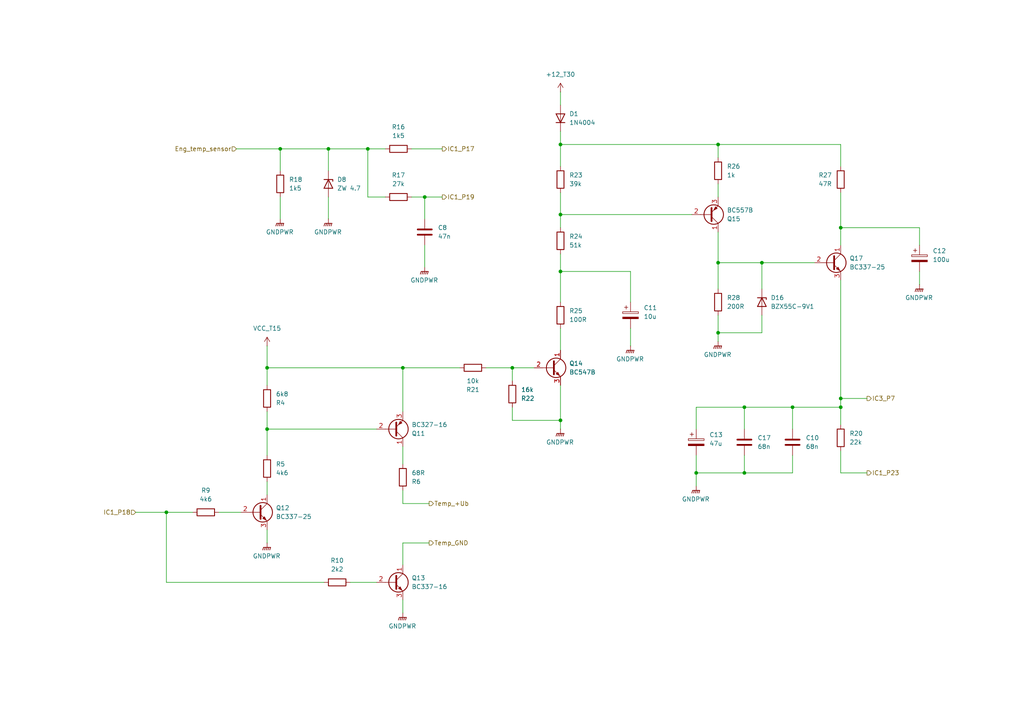
<source format=kicad_sch>
(kicad_sch (version 20250114) (generator "eeschema") (generator_version "9.0")
  (paper "A4")
  (title_block (title "Temperature Sensor") (rev "0") (company "Reagan Ansel"))
  (lib_symbols
    (symbol "Device:C" (pin_numbers (hide yes)) (pin_names (offset 0.254))
      (property "Reference" "C" (at 0.635 2.54 0))
      (property "Value" "C" (at 0.635 -2.54 0))
      (symbol "C_0_1"
        (polyline (pts (xy -2.032 0.762) (xy 2.032 0.762)) (stroke (width 0.508)))
        (polyline (pts (xy -2.032 -0.762) (xy 2.032 -0.762)) (stroke (width 0.508)))
      )
      (symbol "C_1_1"
        (pin passive line (at 0 3.81 270) (length 2.794) (name "~") (number "1"))
        (pin passive line (at 0 -3.81 90) (length 2.794) (name "~") (number "2"))
      )
    )
    (symbol "Device:C_Polarized" (pin_numbers (hide yes)) (pin_names (offset 0.254))
      (property "Reference" "C" (at 0.635 2.54 0))
      (property "Value" "C_Polarized" (at 0.635 -2.54 0))
      (symbol "C_Polarized_0_1"
        (rectangle (start -2.286 0.508) (end 2.286 1.016))
        (polyline (pts (xy -1.778 2.286) (xy -0.762 2.286)))
        (polyline (pts (xy -1.27 2.794) (xy -1.27 1.778)))
        (rectangle (start 2.286 -0.508) (end -2.286 -1.016) (fill (type outline)))
      )
      (symbol "C_Polarized_1_1"
        (pin passive line (at 0 3.81 270) (length 2.794) (name "~") (number "1"))
        (pin passive line (at 0 -3.81 90) (length 2.794) (name "~") (number "2"))
      )
    )
    (symbol "Device:D_Zener" (pin_numbers (hide yes)) (pin_names (offset 1.016) (hide yes))
      (property "Reference" "D" (at 0 2.54 0))
      (property "Value" "D_Zener" (at 0 -2.54 0))
      (symbol "D_Zener_0_1"
        (polyline (pts (xy -1.27 -1.27) (xy -1.27 1.27) (xy -0.762 1.27)) (stroke (width 0.254)))
        (polyline (pts (xy 1.27 0) (xy -1.27 0)))
        (polyline (pts (xy 1.27 -1.27) (xy 1.27 1.27) (xy -1.27 0) (xy 1.27 -1.27)) (stroke (width 0.254)))
      )
      (symbol "D_Zener_1_1"
        (pin passive line (at -3.81 0 0) (length 2.54) (name "K") (number "1"))
        (pin passive line (at 3.81 0 180) (length 2.54) (name "A") (number "2"))
      )
    )
    (symbol "Device:R" (pin_numbers (hide yes)) (pin_names (offset 0))
      (property "Reference" "R" (at 2.032 0 90))
      (property "Value" "R" (at 0 0 90))
      (symbol "R_0_1"
        (rectangle (start -1.016 -2.54) (end 1.016 2.54) (stroke (width 0.254)))
      )
      (symbol "R_1_1"
        (pin passive line (at 0 3.81 270) (length 1.27) (name "~") (number "1"))
        (pin passive line (at 0 -3.81 90) (length 1.27) (name "~") (number "2"))
      )
    )
    (symbol "Diode:1N4004" (pin_numbers (hide yes)) (pin_names (hide yes))
      (property "Reference" "D" (at 0 2.54 0))
      (property "Value" "1N4004" (at 0 -2.54 0))
      (symbol "1N4004_0_1"
        (polyline (pts (xy -1.27 1.27) (xy -1.27 -1.27)) (stroke (width 0.254)))
        (polyline (pts (xy 1.27 1.27) (xy 1.27 -1.27) (xy -1.27 0) (xy 1.27 1.27)) (stroke (width 0.254)))
        (polyline (pts (xy 1.27 0) (xy -1.27 0)))
      )
      (symbol "1N4004_1_1"
        (pin passive line (at -3.81 0 0) (length 2.54) (name "K") (number "1"))
        (pin passive line (at 3.81 0 180) (length 2.54) (name "A") (number "2"))
      )
    )
    (symbol "Transistor_BJT:BC327" (pin_names (offset 0) (hide yes))
      (property "Reference" "Q" (at 5.08 1.905 0))
      (property "Value" "BC327" (at 5.08 0 0))
      (symbol "BC327_0_1"
        (polyline (pts (xy -2.54 0) (xy 0.635 0)))
        (polyline (pts (xy 0.635 1.905) (xy 0.635 -1.905)) (stroke (width 0.508)))
        (polyline (pts (xy 0.635 0.635) (xy 2.54 2.54)))
        (polyline (pts (xy 0.635 -0.635) (xy 2.54 -2.54)))
        (circle (center 1.27 0) (radius 2.8194) (stroke (width 0.254)))
        (polyline (pts (xy 2.286 -1.778) (xy 1.778 -2.286) (xy 1.27 -1.27) (xy 2.286 -1.778)) (fill (type outline)))
      )
      (symbol "BC327_1_1"
        (pin input line (at -5.08 0 0) (length 2.54) (name "B") (number "2"))
        (pin passive line (at 2.54 5.08 270) (length 2.54) (name "C") (number "1"))
        (pin passive line (at 2.54 -5.08 90) (length 2.54) (name "E") (number "3"))
      )
    )
    (symbol "Transistor_BJT:BC337" (pin_names (offset 0) (hide yes))
      (property "Reference" "Q" (at 5.08 1.905 0))
      (property "Value" "BC337" (at 5.08 0 0))
      (symbol "BC337_0_1"
        (polyline (pts (xy -2.54 0) (xy 0.635 0)))
        (polyline (pts (xy 0.635 1.905) (xy 0.635 -1.905)) (stroke (width 0.508)))
        (circle (center 1.27 0) (radius 2.8194) (stroke (width 0.254)))
      )
      (symbol "BC337_1_1"
        (polyline (pts (xy 0.635 0.635) (xy 2.54 2.54)))
        (polyline (pts (xy 0.635 -0.635) (xy 2.54 -2.54)))
        (polyline (pts (xy 1.27 -1.778) (xy 1.778 -1.27) (xy 2.286 -2.286) (xy 1.27 -1.778)) (fill (type outline)))
        (pin input line (at -5.08 0 0) (length 2.54) (name "B") (number "2"))
        (pin passive line (at 2.54 5.08 270) (length 2.54) (name "C") (number "1"))
        (pin passive line (at 2.54 -5.08 90) (length 2.54) (name "E") (number "3"))
      )
    )
    (symbol "Transistor_BJT:BC547" (pin_names (offset 0) (hide yes))
      (property "Reference" "Q" (at 5.08 1.905 0))
      (property "Value" "BC547" (at 5.08 0 0))
      (symbol "BC547_0_1"
        (polyline (pts (xy -2.54 0) (xy 0.635 0)))
        (polyline (pts (xy 0.635 1.905) (xy 0.635 -1.905)) (stroke (width 0.508)))
        (circle (center 1.27 0) (radius 2.8194) (stroke (width 0.254)))
      )
      (symbol "BC547_1_1"
        (polyline (pts (xy 0.635 0.635) (xy 2.54 2.54)))
        (polyline (pts (xy 0.635 -0.635) (xy 2.54 -2.54)))
        (polyline (pts (xy 1.27 -1.778) (xy 1.778 -1.27) (xy 2.286 -2.286) (xy 1.27 -1.778)) (fill (type outline)))
        (pin input line (at -5.08 0 0) (length 2.54) (name "B") (number "2"))
        (pin passive line (at 2.54 5.08 270) (length 2.54) (name "C") (number "1"))
        (pin passive line (at 2.54 -5.08 90) (length 2.54) (name "E") (number "3"))
      )
    )
    (symbol "Transistor_BJT:BC557" (pin_names (offset 0) (hide yes))
      (property "Reference" "Q" (at 5.08 1.905 0))
      (property "Value" "BC557" (at 5.08 0 0))
      (symbol "BC557_0_1"
        (polyline (pts (xy -2.54 0) (xy 0.635 0)))
        (polyline (pts (xy 0.635 1.905) (xy 0.635 -1.905)) (stroke (width 0.508)))
        (polyline (pts (xy 0.635 0.635) (xy 2.54 2.54)))
        (polyline (pts (xy 0.635 -0.635) (xy 2.54 -2.54)))
        (circle (center 1.27 0) (radius 2.8194) (stroke (width 0.254)))
        (polyline (pts (xy 2.286 -1.778) (xy 1.778 -2.286) (xy 1.27 -1.27) (xy 2.286 -1.778)) (fill (type outline)))
      )
      (symbol "BC557_1_1"
        (pin input line (at -5.08 0 0) (length 2.54) (name "B") (number "2"))
        (pin passive line (at 2.54 5.08 270) (length 2.54) (name "C") (number "1"))
        (pin passive line (at 2.54 -5.08 90) (length 2.54) (name "E") (number "3"))
      )
    )
    (symbol "power:+12V" (power) (pin_numbers (hide yes)) (pin_names (offset 0) (hide yes))
      (property "Value" "+12V" (at 0 3.556 0))
      (symbol "+12V_0_1"
        (polyline (pts (xy -0.762 1.27) (xy 0 2.54)))
        (polyline (pts (xy 0 2.54) (xy 0.762 1.27)))
        (polyline (pts (xy 0 0) (xy 0 2.54)))
      )
      (symbol "+12V_1_1"
        (pin power_in line (at 0 0 90) (length 0) (name "~") (number "1"))
      )
    )
    (symbol "power:GNDPWR" (power) (pin_numbers (hide yes)) (pin_names (offset 0) (hide yes))
      (property "Value" "GNDPWR" (at 0 -3.302 0))
      (symbol "GNDPWR_0_1"
        (polyline (pts (xy -1.016 -1.27) (xy -1.27 -2.032) (xy -1.27 -2.032)) (stroke (width 0.2032)))
        (polyline (pts (xy -0.508 -1.27) (xy -0.762 -2.032) (xy -0.762 -2.032)) (stroke (width 0.2032)))
        (polyline (pts (xy 0 -1.27) (xy 0 0)))
        (polyline (pts (xy 0 -1.27) (xy -0.254 -2.032) (xy -0.254 -2.032)) (stroke (width 0.2032)))
        (polyline (pts (xy 0.508 -1.27) (xy 0.254 -2.032) (xy 0.254 -2.032)) (stroke (width 0.2032)))
        (polyline (pts (xy 1.016 -1.27) (xy -1.016 -1.27) (xy -1.016 -1.27)) (stroke (width 0.2032)))
        (polyline (pts (xy 1.016 -1.27) (xy 0.762 -2.032) (xy 0.762 -2.032) (xy 0.762 -2.032)) (stroke (width 0.2032)))
      )
      (symbol "GNDPWR_1_1"
        (pin power_in line (at 0 0 270) (length 0) (name "~") (number "1"))
      )
    )
  )
  (junction (at 95.25 43.18))
  (junction (at 215.9 118.11))
  (junction (at 162.56 62.23))
  (junction (at 220.98 76.2))
  (junction (at 243.84 118.11))
  (junction (at 208.28 76.2))
  (junction (at 77.47 124.46))
  (junction (at 229.87 118.11))
  (junction (at 106.68 43.18))
  (junction (at 201.93 137.16))
  (junction (at 116.84 106.68))
  (junction (at 123.19 57.15))
  (junction (at 162.56 121.92))
  (junction (at 81.28 43.18))
  (junction (at 243.84 115.57))
  (junction (at 215.9 137.16))
  (junction (at 48.26 148.59))
  (junction (at 77.47 106.68))
  (junction (at 148.59 106.68))
  (junction (at 243.84 66.04))
  (junction (at 162.56 41.91))
  (junction (at 162.56 78.74))
  (junction (at 208.28 41.91))
  (junction (at 208.28 96.52))
  (wire (pts (xy 77.47 119.38) (xy 77.47 124.46)))
  (wire (pts (xy 162.56 121.92) (xy 162.56 111.76)))
  (wire (pts (xy 162.56 95.25) (xy 162.56 101.6)))
  (wire (pts (xy 77.47 100.33) (xy 77.47 106.68)))
  (wire (pts (xy 106.68 43.18) (xy 106.68 57.15)))
  (wire (pts (xy 208.28 91.44) (xy 208.28 96.52)))
  (wire (pts (xy 95.25 57.15) (xy 95.25 63.5)))
  (wire (pts (xy 243.84 130.81) (xy 243.84 137.16)))
  (wire (pts (xy 116.84 142.24) (xy 116.84 146.05)))
  (wire (pts (xy 106.68 43.18) (xy 111.76 43.18)))
  (wire (pts (xy 124.46 157.48) (xy 116.84 157.48)))
  (wire (pts (xy 243.84 41.91) (xy 208.28 41.91)))
  (wire (pts (xy 148.59 106.68) (xy 154.94 106.68)))
  (wire (pts (xy 243.84 81.28) (xy 243.84 115.57)))
  (wire (pts (xy 123.19 63.5) (xy 123.19 57.15)))
  (wire (pts (xy 162.56 26.67) (xy 162.56 30.48)))
  (wire (pts (xy 39.37 148.59) (xy 48.26 148.59)))
  (wire (pts (xy 243.84 118.11) (xy 243.84 123.19)))
  (wire (pts (xy 116.84 106.68) (xy 116.84 119.38)))
  (wire (pts (xy 162.56 55.88) (xy 162.56 62.23)))
  (wire (pts (xy 162.56 41.91) (xy 208.28 41.91)))
  (wire (pts (xy 148.59 106.68) (xy 140.97 106.68)))
  (wire (pts (xy 116.84 157.48) (xy 116.84 163.83)))
  (wire (pts (xy 208.28 83.82) (xy 208.28 76.2)))
  (wire (pts (xy 251.46 115.57) (xy 243.84 115.57)))
  (wire (pts (xy 201.93 137.16) (xy 215.9 137.16)))
  (wire (pts (xy 229.87 124.46) (xy 229.87 118.11)))
  (wire (pts (xy 101.6 168.91) (xy 109.22 168.91)))
  (wire (pts (xy 201.93 137.16) (xy 201.93 140.97)))
  (wire (pts (xy 48.26 148.59) (xy 55.88 148.59)))
  (wire (pts (xy 95.25 49.53) (xy 95.25 43.18)))
  (wire (pts (xy 148.59 106.68) (xy 148.59 110.49)))
  (wire (pts (xy 81.28 57.15) (xy 81.28 63.5)))
  (wire (pts (xy 220.98 91.44) (xy 220.98 96.52)))
  (wire (pts (xy 243.84 41.91) (xy 243.84 48.26)))
  (wire (pts (xy 48.26 168.91) (xy 48.26 148.59)))
  (wire (pts (xy 182.88 78.74) (xy 162.56 78.74)))
  (wire (pts (xy 220.98 96.52) (xy 208.28 96.52)))
  (wire (pts (xy 266.7 78.74) (xy 266.7 82.55)))
  (wire (pts (xy 116.84 146.05) (xy 124.46 146.05)))
  (wire (pts (xy 208.28 45.72) (xy 208.28 41.91)))
  (wire (pts (xy 119.38 43.18) (xy 128.27 43.18)))
  (wire (pts (xy 201.93 124.46) (xy 201.93 118.11)))
  (wire (pts (xy 162.56 41.91) (xy 162.56 48.26)))
  (wire (pts (xy 243.84 55.88) (xy 243.84 66.04)))
  (wire (pts (xy 220.98 76.2) (xy 220.98 83.82)))
  (wire (pts (xy 266.7 66.04) (xy 266.7 71.12)))
  (wire (pts (xy 162.56 121.92) (xy 162.56 124.46)))
  (wire (pts (xy 208.28 96.52) (xy 208.28 99.06)))
  (wire (pts (xy 116.84 106.68) (xy 133.35 106.68)))
  (wire (pts (xy 162.56 62.23) (xy 162.56 66.04)))
  (wire (pts (xy 95.25 43.18) (xy 106.68 43.18)))
  (wire (pts (xy 229.87 118.11) (xy 243.84 118.11)))
  (wire (pts (xy 243.84 66.04) (xy 266.7 66.04)))
  (wire (pts (xy 229.87 137.16) (xy 229.87 132.08)))
  (wire (pts (xy 81.28 43.18) (xy 81.28 49.53)))
  (wire (pts (xy 243.84 137.16) (xy 251.46 137.16)))
  (wire (pts (xy 215.9 124.46) (xy 215.9 118.11)))
  (wire (pts (xy 123.19 57.15) (xy 128.27 57.15)))
  (wire (pts (xy 123.19 71.12) (xy 123.19 77.47)))
  (wire (pts (xy 182.88 95.25) (xy 182.88 100.33)))
  (wire (pts (xy 116.84 129.54) (xy 116.84 134.62)))
  (wire (pts (xy 236.22 76.2) (xy 220.98 76.2)))
  (wire (pts (xy 162.56 73.66) (xy 162.56 78.74)))
  (wire (pts (xy 63.5 148.59) (xy 69.85 148.59)))
  (wire (pts (xy 68.58 43.18) (xy 81.28 43.18)))
  (wire (pts (xy 229.87 118.11) (xy 215.9 118.11)))
  (wire (pts (xy 81.28 43.18) (xy 95.25 43.18)))
  (wire (pts (xy 123.19 57.15) (xy 119.38 57.15)))
  (wire (pts (xy 215.9 132.08) (xy 215.9 137.16)))
  (wire (pts (xy 111.76 57.15) (xy 106.68 57.15)))
  (wire (pts (xy 162.56 78.74) (xy 162.56 87.63)))
  (wire (pts (xy 77.47 111.76) (xy 77.47 106.68)))
  (wire (pts (xy 208.28 53.34) (xy 208.28 57.15)))
  (wire (pts (xy 77.47 139.7) (xy 77.47 143.51)))
  (wire (pts (xy 208.28 76.2) (xy 208.28 67.31)))
  (wire (pts (xy 148.59 121.92) (xy 162.56 121.92)))
  (wire (pts (xy 220.98 76.2) (xy 208.28 76.2)))
  (wire (pts (xy 77.47 153.67) (xy 77.47 157.48)))
  (wire (pts (xy 148.59 118.11) (xy 148.59 121.92)))
  (wire (pts (xy 162.56 38.1) (xy 162.56 41.91)))
  (wire (pts (xy 182.88 87.63) (xy 182.88 78.74)))
  (wire (pts (xy 77.47 124.46) (xy 109.22 124.46)))
  (wire (pts (xy 215.9 137.16) (xy 229.87 137.16)))
  (wire (pts (xy 93.98 168.91) (xy 48.26 168.91)))
  (wire (pts (xy 243.84 118.11) (xy 243.84 115.57)))
  (wire (pts (xy 77.47 132.08) (xy 77.47 124.46)))
  (wire (pts (xy 243.84 66.04) (xy 243.84 71.12)))
  (wire (pts (xy 77.47 106.68) (xy 116.84 106.68)))
  (wire (pts (xy 201.93 118.11) (xy 215.9 118.11)))
  (wire (pts (xy 162.56 62.23) (xy 200.66 62.23)))
  (wire (pts (xy 116.84 173.99) (xy 116.84 177.8)))
  (wire (pts (xy 201.93 132.08) (xy 201.93 137.16)))
  (hierarchical_label "IC1_P19" (shape output) (at 128.27 57.15 0))
  (hierarchical_label "Temp_GND" (shape output) (at 124.46 157.48 0))
  (hierarchical_label "IC1_P23" (shape output) (at 251.46 137.16 0))
  (hierarchical_label "Temp_+Ub" (shape output) (at 124.46 146.05 0))
  (hierarchical_label "Eng_temp_sensor" (shape input) (at 68.58 43.18 180))
  (hierarchical_label "IC1_P18" (shape input) (at 39.37 148.59 180))
  (hierarchical_label "IC3_P7" (shape output) (at 251.46 115.57 0))
  (hierarchical_label "IC1_P17" (shape output) (at 128.27 43.18 0))
  (symbol (lib_id "Diode:1N4004") (at 162.56 34.29 90) (unit 1)
    (property "Reference" "D1" (at 165.1 33.0199 90) (effects (justify right)))
    (property "Value" "1N4004" (at 165.1 35.5599 90) (effects (justify right)))
    (property "Footprint" "SI_THT:D_Axial_Narrow_L6.7mm_D2.4mm_P9.7mm" (effects (hide yes)))
    (property "Datasheet" "http://www.vishay.com/docs/88503/1n4001.pdf" (effects (hide yes)))
    (property "Description" "400V 1A General Purpose Rectifier Diode, DO-41" (effects (hide yes)))
    (property "Sim.Device" "D" (effects (hide yes)))
    (property "Sim.Pins" "1=K 2=A" (effects (hide yes)))
  )
  (symbol (lib_id "Device:C_Polarized") (at 182.88 91.44 0) (unit 1)
    (property "Reference" "C11" (at 186.69 89.2809 0) (effects (justify left)))
    (property "Value" "10u" (at 186.69 91.8209 0) (effects (justify left)))
    (property "Footprint" "Capacitor_THT:CP_Radial_Tantal_D9.0mm_P2.50mm" (effects (hide yes)))
    (property "Description" "16v" (effects (hide yes)))
  )
  (symbol (lib_id "Device:R") (at 115.57 43.18 90) (unit 1)
    (property "Reference" "R16" (at 115.57 36.83 90))
    (property "Value" "1k5" (at 115.57 39.37 90))
    (property "Footprint" "SI_THT:R_Axial_Narrow_L6.8mm_D2.4mm_P9.7mm" (effects (hide yes)))
    (property "Description" "1%, +-50 TCR (10^-6/K)" (effects (hide yes)))
  )
  (symbol (lib_id "power:GNDPWR") (at 162.56 124.46 0) (unit 1)
    (property "Reference" "#PWR019" (effects (hide yes)))
    (property "Value" "GNDPWR" (at 162.433 128.27 0))
    (property "Description" "Power symbol creates a global label with name \"GNDPWR\" , global ground" (effects (hide yes)))
  )
  (symbol (lib_id "Transistor_BJT:BC337") (at 114.3 168.91 0) (unit 1)
    (property "Reference" "Q13" (at 119.38 167.6399 0) (effects (justify left)))
    (property "Value" "BC337-16" (at 119.38 170.1799 0) (effects (justify left)))
    (property "Footprint" "Package_TO_SOT_THT:TO-92_Inline_Wide" (effects (hide yes)))
    (property "Datasheet" "https://diotec.com/tl_files/diotec/files/pdf/datasheets/bc337.pdf" (effects (hide yes)))
    (property "Description" "0.8A Ic, 45V Vce, NPN Transistor, TO-92" (effects (hide yes)))
  )
  (symbol (lib_id "Device:R") (at 208.28 49.53 180) (unit 1)
    (property "Reference" "R26" (at 210.82 48.2599 0) (effects (justify right)))
    (property "Value" "1k" (at 210.82 50.7999 0) (effects (justify right)))
    (property "Footprint" "SI_THT:R_Axial_Narrow_L6.8mm_D2.4mm_P9.7mm" (effects (hide yes)))
    (property "Description" "5%" (effects (hide yes)))
  )
  (symbol (lib_id "Device:R") (at 77.47 115.57 0) (mirror x) (unit 1)
    (property "Reference" "R4" (at 80.01 116.8401 0) (effects (justify left)))
    (property "Value" "6k8" (at 80.01 114.3001 0) (effects (justify left)))
    (property "Footprint" "SI_THT:R_Axial_Narrow_L6.8mm_D2.4mm_P9.7mm" (effects (hide yes)))
    (property "Description" "5%" (effects (hide yes)))
  )
  (symbol (lib_id "power:GNDPWR") (at 95.25 63.5 0) (unit 1)
    (property "Reference" "#PWR022" (effects (hide yes)))
    (property "Value" "GNDPWR" (at 95.123 67.31 0))
    (property "Description" "Power symbol creates a global label with name \"GNDPWR\" , global ground" (effects (hide yes)))
  )
  (symbol (lib_id "Device:C_Polarized") (at 201.93 128.27 0) (unit 1)
    (property "Reference" "C13" (at 205.74 126.1109 0) (effects (justify left)))
    (property "Value" "47u" (at 205.74 128.6509 0) (effects (justify left)))
    (property "Footprint" "Capacitor_THT:CP_Radial_Tantal_D9.0mm_P2.50mm" (effects (hide yes)))
    (property "Description" "16v" (effects (hide yes)))
  )
  (symbol (lib_id "Transistor_BJT:BC337") (at 241.3 76.2 0) (unit 1)
    (property "Reference" "Q17" (at 246.38 74.9299 0) (effects (justify left)))
    (property "Value" "BC337-25" (at 246.38 77.4699 0) (effects (justify left)))
    (property "Footprint" "Package_TO_SOT_THT:TO-92_Inline_Wide" (effects (hide yes)))
    (property "Datasheet" "https://diotec.com/tl_files/diotec/files/pdf/datasheets/bc337.pdf" (effects (hide yes)))
    (property "Description" "0.8A Ic, 45V Vce, NPN Transistor, TO-92" (effects (hide yes)))
  )
  (symbol (lib_id "Transistor_BJT:BC337") (at 74.93 148.59 0) (unit 1)
    (property "Reference" "Q12" (at 80.01 147.3199 0) (effects (justify left)))
    (property "Value" "BC337-25" (at 80.01 149.8599 0) (effects (justify left)))
    (property "Footprint" "Package_TO_SOT_THT:TO-92_Inline_Wide" (effects (hide yes)))
    (property "Datasheet" "https://diotec.com/tl_files/diotec/files/pdf/datasheets/bc337.pdf" (effects (hide yes)))
    (property "Description" "0.8A Ic, 45V Vce, NPN Transistor, TO-92" (effects (hide yes)))
  )
  (symbol (lib_id "Device:R") (at 243.84 52.07 0) (mirror y) (unit 1)
    (property "Reference" "R27" (at 241.3 50.7999 0) (effects (justify left)))
    (property "Value" "47R" (at 241.3 53.3399 0) (effects (justify left)))
    (property "Footprint" "Resistor_THT:R_Axial_DIN0516_L15.5mm_D5.0mm_P20.32mm_Horizontal" (effects (hide yes)))
    (property "Description" "5%, 1W?" (effects (hide yes)))
  )
  (symbol (lib_id "Device:D_Zener") (at 95.25 53.34 270) (unit 1)
    (property "Reference" "D8" (at 97.79 52.0699 90) (effects (justify left)))
    (property "Value" "ZW 4.7" (at 97.79 54.6099 90) (effects (justify left)))
    (property "Footprint" "SI_THT:D_Axial_Narrow_L6.7mm_D2.4mm_P9.7mm" (effects (hide yes)))
    (property "Description" "Zener diode" (effects (hide yes)))
  )
  (symbol (lib_id "Device:R") (at 162.56 52.07 0) (unit 1)
    (property "Reference" "R23" (at 165.1 50.7999 0) (effects (justify left)))
    (property "Value" "39k" (at 165.1 53.3399 0) (effects (justify left)))
    (property "Footprint" "SI_THT:R_Axial_Narrow_L6.8mm_D2.4mm_P9.7mm" (effects (hide yes)))
    (property "Description" "5%" (effects (hide yes)))
  )
  (symbol (lib_id "Device:D_Zener") (at 220.98 87.63 270) (unit 1)
    (property "Reference" "D16" (at 223.52 86.3599 90) (effects (justify left)))
    (property "Value" "BZX55C-9V1" (at 223.52 88.8999 90) (effects (justify left)))
    (property "Footprint" "SI_THT:D_Axial_Narrow_L6.7mm_D2.4mm_P9.7mm" (effects (hide yes)))
    (property "Description" "Zener diode" (effects (hide yes)))
  )
  (symbol (lib_id "Device:R") (at 59.69 148.59 90) (unit 1)
    (property "Reference" "R9" (at 59.69 142.24 90))
    (property "Value" "4k6" (at 59.69 144.78 90))
    (property "Footprint" "SI_THT:R_Axial_Narrow_L6.8mm_D2.4mm_P9.7mm" (effects (hide yes)))
    (property "Description" "5%" (effects (hide yes)))
  )
  (symbol (lib_id "Device:R") (at 208.28 87.63 0) (unit 1)
    (property "Reference" "R28" (at 210.82 86.3599 0) (effects (justify left)))
    (property "Value" "200R" (at 210.82 88.8999 0) (effects (justify left)))
    (property "Footprint" "SI_THT:R_Axial_Narrow_L6.8mm_D2.4mm_P9.7mm" (effects (hide yes)))
    (property "Description" "5%" (effects (hide yes)))
  )
  (symbol (lib_id "Device:C") (at 123.19 67.31 0) (unit 1)
    (property "Reference" "C8" (at 127 66.0399 0) (effects (justify left)))
    (property "Value" "47n" (at 127 68.5799 0) (effects (justify left)))
    (property "Footprint" "Capacitor_THT:C_Disc_D6.0mm_W2.5mm_P5.00mm" (effects (hide yes)))
    (property "Description" "Unpolarized capacitor" (effects (hide yes)))
  )
  (symbol (lib_id "Device:R") (at 243.84 127 0) (unit 1)
    (property "Reference" "R20" (at 246.38 125.7299 0) (effects (justify left)))
    (property "Value" "22k" (at 246.38 128.2699 0) (effects (justify left)))
    (property "Footprint" "SI_THT:R_Axial_DIN0207_L6.3mm_D2.5mm_P22.2mm_Horizontal" (effects (hide yes)))
    (property "Description" "5%, NOTE: footprint needs to be P22.2" (effects (hide yes)))
  )
  (symbol (lib_id "power:+12V") (at 77.47 100.33 0) (unit 1)
    (property "Reference" "#PWR020" (effects (hide yes)))
    (property "Value" "VCC_T15" (at 77.47 95.25 0))
    (property "Description" "Power symbol creates a global label with name \"+12V\"" (effects (hide yes)))
  )
  (symbol (lib_id "power:GNDPWR") (at 123.19 77.47 0) (unit 1)
    (property "Reference" "#PWR023" (effects (hide yes)))
    (property "Value" "GNDPWR" (at 123.063 81.28 0))
    (property "Description" "Power symbol creates a global label with name \"GNDPWR\" , global ground" (effects (hide yes)))
  )
  (symbol (lib_id "Transistor_BJT:BC327") (at 114.3 124.46 0) (mirror x) (unit 1)
    (property "Reference" "Q11" (at 119.38 125.7301 0) (effects (justify left)))
    (property "Value" "BC327-16" (at 119.38 123.1901 0) (effects (justify left)))
    (property "Footprint" "Package_TO_SOT_THT:TO-92_Inline_Wide" (effects (hide yes)))
    (property "Datasheet" "http://www.onsemi.com/pub_link/Collateral/BC327-D.PDF" (effects (hide yes)))
    (property "Description" "0.8A Ic, 45V Vce, PNP Transistor, TO-92" (effects (hide yes)))
  )
  (symbol (lib_id "Device:R") (at 162.56 69.85 0) (unit 1)
    (property "Reference" "R24" (at 165.1 68.5799 0) (effects (justify left)))
    (property "Value" "51k" (at 165.1 71.1199 0) (effects (justify left)))
    (property "Footprint" "SI_THT:R_Axial_Narrow_L6.8mm_D2.4mm_P9.7mm" (effects (hide yes)))
    (property "Description" "5%" (effects (hide yes)))
  )
  (symbol (lib_id "power:GNDPWR") (at 182.88 100.33 0) (unit 1)
    (property "Reference" "#PWR017" (effects (hide yes)))
    (property "Value" "GNDPWR" (at 182.753 104.14 0))
    (property "Description" "Power symbol creates a global label with name \"GNDPWR\" , global ground" (effects (hide yes)))
  )
  (symbol (lib_id "Device:R") (at 97.79 168.91 90) (unit 1)
    (property "Reference" "R10" (at 97.79 162.56 90))
    (property "Value" "2k2" (at 97.79 165.1 90))
    (property "Footprint" "SI_THT:R_Axial_Narrow_L6.8mm_D2.4mm_P9.7mm" (effects (hide yes)))
    (property "Description" "5%" (effects (hide yes)))
  )
  (symbol (lib_id "power:GNDPWR") (at 81.28 63.5 0) (unit 1)
    (property "Reference" "#PWR024" (effects (hide yes)))
    (property "Value" "GNDPWR" (at 81.153 67.31 0))
    (property "Description" "Power symbol creates a global label with name \"GNDPWR\" , global ground" (effects (hide yes)))
  )
  (symbol (lib_id "Device:R") (at 116.84 138.43 0) (mirror x) (unit 1)
    (property "Reference" "R6" (at 119.38 139.7001 0) (effects (justify left)))
    (property "Value" "68R" (at 119.38 137.1601 0) (effects (justify left)))
    (property "Footprint" "Resistor_THT:R_Axial_DIN0414_L11.9mm_D4.5mm_P20.32mm_Horizontal" (effects (hide yes)))
    (property "Description" "5%, 0W5" (effects (hide yes)))
  )
  (symbol (lib_id "power:GNDPWR") (at 116.84 177.8 0) (unit 1)
    (property "Reference" "#PWR032" (effects (hide yes)))
    (property "Value" "GNDPWR" (at 116.713 181.61 0))
    (property "Description" "Power symbol creates a global label with name \"GNDPWR\" , global ground" (effects (hide yes)))
  )
  (symbol (lib_id "power:GNDPWR") (at 266.7 82.55 0) (unit 1)
    (property "Reference" "#PWR043" (effects (hide yes)))
    (property "Value" "GNDPWR" (at 266.573 86.36 0))
    (property "Description" "Power symbol creates a global label with name \"GNDPWR\" , global ground" (effects (hide yes)))
  )
  (symbol (lib_id "Transistor_BJT:BC557") (at 205.74 62.23 0) (mirror x) (unit 1)
    (property "Reference" "Q15" (at 210.82 63.5001 0) (effects (justify left)))
    (property "Value" "BC557B" (at 210.82 60.9601 0) (effects (justify left)))
    (property "Footprint" "Package_TO_SOT_THT:TO-92_Inline_Wide" (effects (hide yes)))
    (property "Datasheet" "https://www.onsemi.com/pub/Collateral/BC556BTA-D.pdf" (effects (hide yes)))
    (property "Description" "0.1A Ic, 45V Vce, PNP Small Signal Transistor, TO-92" (effects (hide yes)))
  )
  (symbol (lib_id "Transistor_BJT:BC547") (at 160.02 106.68 0) (unit 1)
    (property "Reference" "Q14" (at 165.1 105.4099 0) (effects (justify left)))
    (property "Value" "BC547B" (at 165.1 107.9499 0) (effects (justify left)))
    (property "Footprint" "Package_TO_SOT_THT:TO-92_Inline_Wide" (effects (hide yes)))
    (property "Datasheet" "https://www.onsemi.com/pub/Collateral/BC550-D.pdf" (effects (hide yes)))
    (property "Description" "0.1A Ic, 45V Vce, Small Signal NPN Transistor, TO-92, Possible replacements: BC548 or 2N2222" (effects (hide yes)))
  )
  (symbol (lib_id "power:GNDPWR") (at 208.28 99.06 0) (unit 1)
    (property "Reference" "#PWR027" (effects (hide yes)))
    (property "Value" "GNDPWR" (at 208.153 102.87 0))
    (property "Description" "Power symbol creates a global label with name \"GNDPWR\" , global ground" (effects (hide yes)))
  )
  (symbol (lib_id "Device:R") (at 148.59 114.3 0) (mirror x) (unit 1)
    (property "Reference" "R22" (at 151.13 115.5701 0) (effects (justify left)))
    (property "Value" "16k" (at 151.13 113.0301 0) (effects (justify left)))
    (property "Footprint" "SI_THT:R_Axial_Narrow_L6.8mm_D2.4mm_P9.7mm" (effects (hide yes)))
    (property "Description" "5%" (effects (hide yes)))
  )
  (symbol (lib_id "Device:C") (at 229.87 128.27 0) (unit 1)
    (property "Reference" "C10" (at 233.68 126.9999 0) (effects (justify left)))
    (property "Value" "68n" (at 233.68 129.5399 0) (effects (justify left)))
    (property "Footprint" "Capacitor_THT:C_Disc_D6.0mm_W2.5mm_P5.00mm" (effects (hide yes)))
    (property "Description" "Unpolarized capacitor" (effects (hide yes)))
  )
  (symbol (lib_id "Device:R") (at 162.56 91.44 0) (unit 1)
    (property "Reference" "R25" (at 165.1 90.1699 0) (effects (justify left)))
    (property "Value" "100R" (at 165.1 92.7099 0) (effects (justify left)))
    (property "Footprint" "SI_THT:R_Axial_Narrow_L6.8mm_D2.4mm_P9.7mm" (effects (hide yes)))
    (property "Description" "5%" (effects (hide yes)))
  )
  (symbol (lib_id "power:GNDPWR") (at 77.47 157.48 0) (unit 1)
    (property "Reference" "#PWR030" (effects (hide yes)))
    (property "Value" "GNDPWR" (at 77.343 161.29 0))
    (property "Description" "Power symbol creates a global label with name \"GNDPWR\" , global ground" (effects (hide yes)))
  )
  (symbol (lib_id "Device:R") (at 77.47 135.89 0) (unit 1)
    (property "Reference" "R5" (at 80.01 134.6199 0) (effects (justify left)))
    (property "Value" "4k6" (at 80.01 137.1599 0) (effects (justify left)))
    (property "Footprint" "SI_THT:R_Axial_Narrow_L6.8mm_D2.4mm_P9.7mm" (effects (hide yes)))
    (property "Description" "5%" (effects (hide yes)))
  )
  (symbol (lib_id "power:+12V") (at 162.56 26.67 0) (unit 1)
    (property "Reference" "#PWR014" (effects (hide yes)))
    (property "Value" "+12_T30" (at 162.56 21.59 0))
    (property "Description" "Power symbol creates a global label with name \"+12V\"" (effects (hide yes)))
  )
  (symbol (lib_id "Device:C_Polarized") (at 266.7 74.93 0) (unit 1)
    (property "Reference" "C12" (at 270.51 72.7709 0) (effects (justify left)))
    (property "Value" "100u" (at 270.51 75.3109 0) (effects (justify left)))
    (property "Footprint" "Capacitor_THT:CP_Axial_L18.0mm_D6.5mm_P25.00mm_Horizontal" (effects (hide yes)))
    (property "Description" "16v" (effects (hide yes)))
  )
  (symbol (lib_id "Device:C") (at 215.9 128.27 0) (unit 1)
    (property "Reference" "C17" (at 219.71 126.9999 0) (effects (justify left)))
    (property "Value" "68n" (at 219.71 129.5399 0) (effects (justify left)))
    (property "Footprint" "Capacitor_THT:C_Disc_D6.0mm_W2.5mm_P5.00mm" (effects (hide yes)))
    (property "Description" "Unpolarized capacitor" (effects (hide yes)))
  )
  (symbol (lib_id "Device:R") (at 81.28 53.34 0) (unit 1)
    (property "Reference" "R18" (at 83.82 52.0699 0) (effects (justify left)))
    (property "Value" "1k5" (at 83.82 54.6099 0) (effects (justify left)))
    (property "Footprint" "SI_THT:R_Axial_Narrow_L6.8mm_D2.4mm_P9.7mm" (effects (hide yes)))
    (property "Description" "1%, +-50 TCR (10^-6/K)" (effects (hide yes)))
  )
  (symbol (lib_id "Device:R") (at 115.57 57.15 90) (unit 1)
    (property "Reference" "R17" (at 115.57 50.8 90))
    (property "Value" "27k" (at 115.57 53.34 90))
    (property "Footprint" "SI_THT:R_Axial_Narrow_L6.8mm_D2.4mm_P9.7mm" (effects (hide yes)))
    (property "Description" "5%" (effects (hide yes)))
  )
  (symbol (lib_id "power:GNDPWR") (at 201.93 140.97 0) (unit 1)
    (property "Reference" "#PWR018" (effects (hide yes)))
    (property "Value" "GNDPWR" (at 201.803 144.78 0))
    (property "Description" "Power symbol creates a global label with name \"GNDPWR\" , global ground" (effects (hide yes)))
  )
  (symbol (lib_id "Device:R") (at 137.16 106.68 90) (mirror x) (unit 1)
    (property "Reference" "R21" (at 137.16 113.03 90))
    (property "Value" "10k" (at 137.16 110.49 90))
    (property "Footprint" "SI_THT:R_Axial_Narrow_L6.8mm_D2.4mm_P9.7mm" (effects (hide yes)))
    (property "Description" "5%" (effects (hide yes)))
  )
)
</source>
